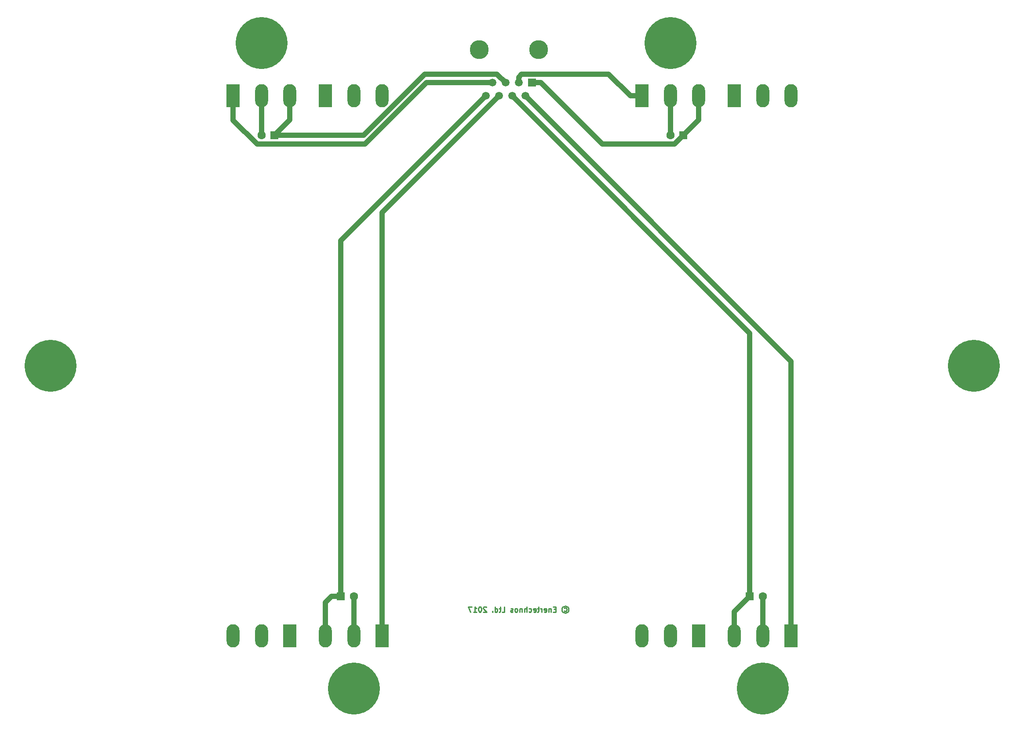
<source format=gbr>
G04 #@! TF.FileFunction,Copper,L2,Bot,Plane*
%FSLAX46Y46*%
G04 Gerber Fmt 4.6, Leading zero omitted, Abs format (unit mm)*
G04 Created by KiCad (PCBNEW 4.0.7) date 01/04/18 11:15:24*
%MOMM*%
%LPD*%
G01*
G04 APERTURE LIST*
%ADD10C,0.100000*%
%ADD11C,0.250000*%
%ADD12C,3.650000*%
%ADD13R,1.500000X1.500000*%
%ADD14C,1.500000*%
%ADD15R,1.600000X1.600000*%
%ADD16C,1.600000*%
%ADD17R,2.500000X4.500000*%
%ADD18O,2.500000X4.500000*%
%ADD19C,10.000000*%
%ADD20C,1.000000*%
G04 APERTURE END LIST*
D10*
D11*
X106575716Y23169524D02*
X106670954Y23217143D01*
X106861430Y23217143D01*
X106956668Y23169524D01*
X107051906Y23074286D01*
X107099525Y22979048D01*
X107099525Y22788571D01*
X107051906Y22693333D01*
X106956668Y22598095D01*
X106861430Y22550476D01*
X106670954Y22550476D01*
X106575716Y22598095D01*
X106766192Y23550476D02*
X107004287Y23502857D01*
X107242383Y23360000D01*
X107385240Y23121905D01*
X107432859Y22883810D01*
X107385240Y22645714D01*
X107242383Y22407619D01*
X107004287Y22264762D01*
X106766192Y22217143D01*
X106528097Y22264762D01*
X106290002Y22407619D01*
X106147145Y22645714D01*
X106099525Y22883810D01*
X106147145Y23121905D01*
X106290002Y23360000D01*
X106528097Y23502857D01*
X106766192Y23550476D01*
X104909049Y22931429D02*
X104575715Y22931429D01*
X104432858Y22407619D02*
X104909049Y22407619D01*
X104909049Y23407619D01*
X104432858Y23407619D01*
X104004287Y23074286D02*
X104004287Y22407619D01*
X104004287Y22979048D02*
X103956668Y23026667D01*
X103861430Y23074286D01*
X103718572Y23074286D01*
X103623334Y23026667D01*
X103575715Y22931429D01*
X103575715Y22407619D01*
X102718572Y22455238D02*
X102813810Y22407619D01*
X103004287Y22407619D01*
X103099525Y22455238D01*
X103147144Y22550476D01*
X103147144Y22931429D01*
X103099525Y23026667D01*
X103004287Y23074286D01*
X102813810Y23074286D01*
X102718572Y23026667D01*
X102670953Y22931429D01*
X102670953Y22836190D01*
X103147144Y22740952D01*
X102242382Y22407619D02*
X102242382Y23074286D01*
X102242382Y22883810D02*
X102194763Y22979048D01*
X102147144Y23026667D01*
X102051906Y23074286D01*
X101956667Y23074286D01*
X101766191Y23074286D02*
X101385239Y23074286D01*
X101623334Y23407619D02*
X101623334Y22550476D01*
X101575715Y22455238D01*
X101480477Y22407619D01*
X101385239Y22407619D01*
X100670952Y22455238D02*
X100766190Y22407619D01*
X100956667Y22407619D01*
X101051905Y22455238D01*
X101099524Y22550476D01*
X101099524Y22931429D01*
X101051905Y23026667D01*
X100956667Y23074286D01*
X100766190Y23074286D01*
X100670952Y23026667D01*
X100623333Y22931429D01*
X100623333Y22836190D01*
X101099524Y22740952D01*
X99766190Y22455238D02*
X99861428Y22407619D01*
X100051905Y22407619D01*
X100147143Y22455238D01*
X100194762Y22502857D01*
X100242381Y22598095D01*
X100242381Y22883810D01*
X100194762Y22979048D01*
X100147143Y23026667D01*
X100051905Y23074286D01*
X99861428Y23074286D01*
X99766190Y23026667D01*
X99337619Y22407619D02*
X99337619Y23407619D01*
X98909047Y22407619D02*
X98909047Y22931429D01*
X98956666Y23026667D01*
X99051904Y23074286D01*
X99194762Y23074286D01*
X99290000Y23026667D01*
X99337619Y22979048D01*
X98432857Y23074286D02*
X98432857Y22407619D01*
X98432857Y22979048D02*
X98385238Y23026667D01*
X98290000Y23074286D01*
X98147142Y23074286D01*
X98051904Y23026667D01*
X98004285Y22931429D01*
X98004285Y22407619D01*
X97385238Y22407619D02*
X97480476Y22455238D01*
X97528095Y22502857D01*
X97575714Y22598095D01*
X97575714Y22883810D01*
X97528095Y22979048D01*
X97480476Y23026667D01*
X97385238Y23074286D01*
X97242380Y23074286D01*
X97147142Y23026667D01*
X97099523Y22979048D01*
X97051904Y22883810D01*
X97051904Y22598095D01*
X97099523Y22502857D01*
X97147142Y22455238D01*
X97242380Y22407619D01*
X97385238Y22407619D01*
X96670952Y22455238D02*
X96575714Y22407619D01*
X96385238Y22407619D01*
X96289999Y22455238D01*
X96242380Y22550476D01*
X96242380Y22598095D01*
X96289999Y22693333D01*
X96385238Y22740952D01*
X96528095Y22740952D01*
X96623333Y22788571D01*
X96670952Y22883810D01*
X96670952Y22931429D01*
X96623333Y23026667D01*
X96528095Y23074286D01*
X96385238Y23074286D01*
X96289999Y23026667D01*
X94575713Y22407619D02*
X95051904Y22407619D01*
X95051904Y23407619D01*
X94385237Y23074286D02*
X94004285Y23074286D01*
X94242380Y23407619D02*
X94242380Y22550476D01*
X94194761Y22455238D01*
X94099523Y22407619D01*
X94004285Y22407619D01*
X93242379Y22407619D02*
X93242379Y23407619D01*
X93242379Y22455238D02*
X93337617Y22407619D01*
X93528094Y22407619D01*
X93623332Y22455238D01*
X93670951Y22502857D01*
X93718570Y22598095D01*
X93718570Y22883810D01*
X93670951Y22979048D01*
X93623332Y23026667D01*
X93528094Y23074286D01*
X93337617Y23074286D01*
X93242379Y23026667D01*
X92766189Y22502857D02*
X92718570Y22455238D01*
X92766189Y22407619D01*
X92813808Y22455238D01*
X92766189Y22502857D01*
X92766189Y22407619D01*
X91575713Y23312381D02*
X91528094Y23360000D01*
X91432856Y23407619D01*
X91194760Y23407619D01*
X91099522Y23360000D01*
X91051903Y23312381D01*
X91004284Y23217143D01*
X91004284Y23121905D01*
X91051903Y22979048D01*
X91623332Y22407619D01*
X91004284Y22407619D01*
X90385237Y23407619D02*
X90289998Y23407619D01*
X90194760Y23360000D01*
X90147141Y23312381D01*
X90099522Y23217143D01*
X90051903Y23026667D01*
X90051903Y22788571D01*
X90099522Y22598095D01*
X90147141Y22502857D01*
X90194760Y22455238D01*
X90289998Y22407619D01*
X90385237Y22407619D01*
X90480475Y22455238D01*
X90528094Y22502857D01*
X90575713Y22598095D01*
X90623332Y22788571D01*
X90623332Y23026667D01*
X90575713Y23217143D01*
X90528094Y23312381D01*
X90480475Y23360000D01*
X90385237Y23407619D01*
X89099522Y22407619D02*
X89670951Y22407619D01*
X89385237Y22407619D02*
X89385237Y23407619D01*
X89480475Y23264762D01*
X89575713Y23169524D01*
X89670951Y23121905D01*
X88766189Y23407619D02*
X88099522Y23407619D01*
X88528094Y22407619D01*
D12*
X90170000Y130810000D03*
X101600000Y130810000D03*
D13*
X100330000Y124460000D03*
D14*
X99060000Y121920000D03*
X97790000Y124460000D03*
X96520000Y121920000D03*
X95250000Y124460000D03*
X93980000Y121920000D03*
X92710000Y124460000D03*
X91440000Y121920000D03*
D15*
X50760000Y114300000D03*
D16*
X48260000Y114300000D03*
D15*
X63540000Y25400000D03*
D16*
X66040000Y25400000D03*
D15*
X129500000Y114300000D03*
D16*
X127000000Y114300000D03*
D15*
X142280000Y25400000D03*
D16*
X144780000Y25400000D03*
D17*
X60590000Y121920000D03*
D18*
X66040000Y121920000D03*
X71490000Y121920000D03*
D17*
X53710000Y17780000D03*
D18*
X48260000Y17780000D03*
X42810000Y17780000D03*
D17*
X139330000Y121920000D03*
D18*
X144780000Y121920000D03*
X150230000Y121920000D03*
D17*
X132450000Y17780000D03*
D18*
X127000000Y17780000D03*
X121550000Y17780000D03*
D19*
X127000000Y132080000D03*
X144780000Y7620000D03*
X185420000Y69850000D03*
D17*
X42810000Y121920000D03*
D18*
X48260000Y121920000D03*
X53710000Y121920000D03*
D17*
X71490000Y17780000D03*
D18*
X66040000Y17780000D03*
X60590000Y17780000D03*
D17*
X121550000Y121920000D03*
D18*
X127000000Y121920000D03*
X132450000Y121920000D03*
D17*
X150230000Y17780000D03*
D18*
X144780000Y17780000D03*
X139330000Y17780000D03*
D19*
X48260000Y132080000D03*
X66040000Y7620000D03*
X7620000Y69850000D03*
D20*
X52560000Y114300000D02*
X50760000Y114300000D01*
X79720574Y126110001D02*
X67910573Y114300000D01*
X93599999Y126110001D02*
X79720574Y126110001D01*
X67910573Y114300000D02*
X52560000Y114300000D01*
X95250000Y124460000D02*
X93599999Y126110001D01*
X60590000Y122920000D02*
X60590000Y121920000D01*
X53710000Y121920000D02*
X53710000Y117250000D01*
X53710000Y117250000D02*
X50760000Y114300000D01*
X50800000Y114260000D02*
X50760000Y114300000D01*
X48260000Y114300000D02*
X48260000Y121920000D01*
X63540000Y25400000D02*
X63540000Y94020000D01*
X63540000Y94020000D02*
X91440000Y121920000D01*
X60590000Y17780000D02*
X60590000Y24250000D01*
X60590000Y24250000D02*
X61740000Y25400000D01*
X61740000Y25400000D02*
X63540000Y25400000D01*
X66040000Y25400000D02*
X66040000Y17780000D01*
X100330000Y124460000D02*
X102080000Y124460000D01*
X102080000Y124460000D02*
X113940001Y112599999D01*
X127799999Y112599999D02*
X129500000Y114300000D01*
X113940001Y112599999D02*
X127799999Y112599999D01*
X132450000Y121920000D02*
X132450000Y117250000D01*
X132450000Y117250000D02*
X129500000Y114300000D01*
X127000000Y121920000D02*
X127000000Y114300000D01*
X142280000Y25400000D02*
X142280000Y76160000D01*
X142280000Y76160000D02*
X96520000Y121920000D01*
X132450000Y18780000D02*
X132450000Y17780000D01*
X139330000Y17780000D02*
X139330000Y22450000D01*
X139330000Y22450000D02*
X142280000Y25400000D01*
X144780000Y25400000D02*
X144780000Y17780000D01*
X47443999Y112599999D02*
X42810000Y117233998D01*
X92710000Y124460000D02*
X80050487Y124460000D01*
X80050487Y124460000D02*
X68190486Y112599999D01*
X68190486Y112599999D02*
X47443999Y112599999D01*
X42810000Y117233998D02*
X42810000Y118670000D01*
X42810000Y118670000D02*
X42810000Y121920000D01*
X42810000Y122920000D02*
X42810000Y121920000D01*
X71490000Y17780000D02*
X71490000Y99430000D01*
X71490000Y99430000D02*
X93980000Y121920000D01*
X121550000Y121920000D02*
X119300000Y121920000D01*
X119300000Y121920000D02*
X115109999Y126110001D01*
X115109999Y126110001D02*
X98379341Y126110001D01*
X98379341Y126110001D02*
X97790000Y125520660D01*
X97790000Y125520660D02*
X97790000Y124460000D01*
X121550000Y120920000D02*
X121550000Y121920000D01*
X150230000Y17780000D02*
X150230000Y70750000D01*
X150230000Y70750000D02*
X99060000Y121920000D01*
X150230000Y16780000D02*
X150230000Y17780000D01*
M02*

</source>
